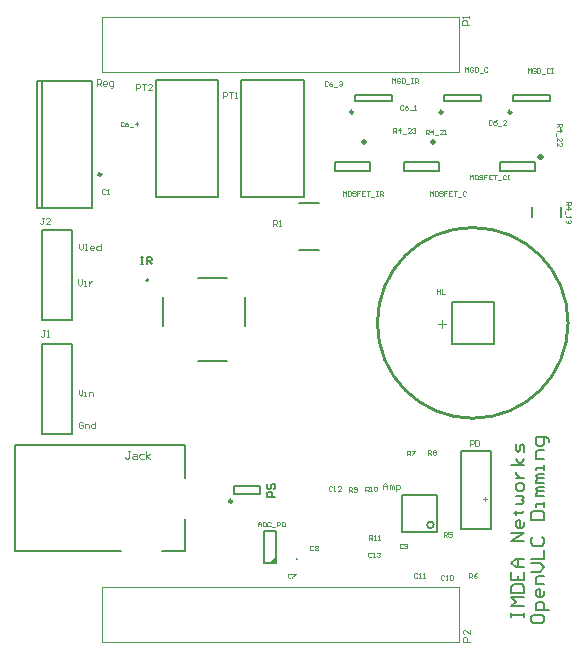
<source format=gto>
G04*
G04 #@! TF.GenerationSoftware,Altium Limited,Altium Designer,21.9.1 (22)*
G04*
G04 Layer_Color=65535*
%FSLAX44Y44*%
%MOMM*%
G71*
G04*
G04 #@! TF.SameCoordinates,79196508-F500-4B14-A944-684D4DD7C553*
G04*
G04*
G04 #@! TF.FilePolarity,Positive*
G04*
G01*
G75*
%ADD10C,0.2500*%
%ADD11C,0.1540*%
%ADD12C,0.2000*%
%ADD13C,0.2540*%
%ADD14C,0.1524*%
%ADD15C,0.0254*%
%ADD16C,0.1270*%
%ADD17C,0.1500*%
%ADD18C,0.0540*%
%ADD19C,0.0754*%
%ADD20C,0.1000*%
%ADD21C,0.0500*%
%ADD22C,0.5000*%
%ADD23C,0.0400*%
%ADD24C,0.1400*%
G36*
X227215Y74027D02*
X221605D01*
X227215Y79637D01*
Y74027D01*
D02*
G37*
D10*
X79385Y403293D02*
G03*
X79385Y403293I-1250J0D01*
G01*
X190235Y126493D02*
G03*
X190235Y126493I-1250J0D01*
G01*
X292694Y456047D02*
G03*
X292694Y456047I-1250J0D01*
G01*
X426549Y455871D02*
G03*
X426549Y455871I-1250J0D01*
G01*
X368402D02*
G03*
X368402Y455871I-1250J0D01*
G01*
D11*
X360857Y106489D02*
G03*
X360857Y106489I-2828J0D01*
G01*
X226404Y130138D02*
X219886D01*
Y133397D01*
X220972Y134483D01*
X223145D01*
X224231Y133397D01*
Y130138D01*
X220972Y141001D02*
X219886Y139915D01*
Y137742D01*
X220972Y136656D01*
X222059D01*
X223145Y137742D01*
Y139915D01*
X224231Y141001D01*
X225317D01*
X226404Y139915D01*
Y137742D01*
X225317Y136656D01*
D12*
X119388Y313529D02*
G03*
X119388Y313529I-1000J0D01*
G01*
X246448Y339223D02*
X263948D01*
X246448Y378723D02*
X263948D01*
X24635Y482193D02*
X71635D01*
X24635Y375193D02*
X71635D01*
Y482193D01*
X24635Y375193D02*
Y482193D01*
X29635Y375193D02*
Y482193D01*
X54485Y183145D02*
Y259345D01*
X29085D02*
X54485D01*
X29085Y183145D02*
Y259345D01*
Y183145D02*
X54485D01*
Y280146D02*
Y356346D01*
X29085D02*
X54485D01*
X29085Y280146D02*
Y356346D01*
Y280146D02*
X54485D01*
X334029Y100718D02*
Y131718D01*
X364029D01*
Y100718D02*
Y131718D01*
X334029Y100718D02*
X364029D01*
X191985Y138992D02*
X213985D01*
X191985Y132992D02*
X213985D01*
Y138992D01*
X191985Y132992D02*
Y138992D01*
X468447Y367557D02*
Y375557D01*
X444448Y367557D02*
Y375557D01*
X384151Y169452D02*
X409551D01*
X384151Y103350D02*
Y169452D01*
Y103350D02*
X409551D01*
Y169452D01*
X325194Y465547D02*
Y470547D01*
X294194D02*
X325194D01*
X294194Y465547D02*
X325194D01*
X294194D02*
Y470547D01*
X428049Y465371D02*
Y470371D01*
X459049Y465371D02*
Y470371D01*
X428049Y465371D02*
X459049D01*
X428049Y470371D02*
X459049D01*
X369903Y465371D02*
Y470371D01*
X400902Y465371D02*
Y470371D01*
X369903Y465371D02*
X400902D01*
X369903Y470371D02*
X400902D01*
D13*
X474679Y277494D02*
G03*
X474679Y277494I-80725J0D01*
G01*
D14*
X125711Y384379D02*
Y482931D01*
X178289D01*
X125711Y384379D02*
X178289D01*
Y482931D01*
X250676Y384379D02*
Y482931D01*
X198098D02*
X250676D01*
X198098Y384379D02*
Y482931D01*
Y384379D02*
X250676D01*
D15*
X80083Y489773D02*
Y536509D01*
Y489773D02*
X382446D01*
Y536509D01*
X80083D02*
X382446D01*
X80083Y53909D02*
X382446D01*
Y7173D02*
Y53909D01*
X80083Y7173D02*
X382446D01*
X80083D02*
Y53909D01*
D16*
X131388Y275230D02*
Y299730D01*
X161388Y245229D02*
X185888D01*
X201388Y275230D02*
Y299730D01*
X161388Y315230D02*
X185888D01*
X6124Y84042D02*
Y174045D01*
Y84042D02*
X96124D01*
X6124Y174045D02*
X150124D01*
Y146544D02*
Y174045D01*
X130625Y84042D02*
X150124D01*
Y111543D01*
X376051Y259405D02*
Y295404D01*
Y259405D02*
X412051D01*
Y295404D01*
X376051D02*
X412051D01*
X277672Y413366D02*
X306672D01*
X277672Y405746D02*
Y413366D01*
Y405746D02*
X306672D01*
Y413366D01*
X446340Y405843D02*
Y413463D01*
X417340Y405843D02*
X446340D01*
X417340D02*
Y413463D01*
X446340D01*
X364986Y405843D02*
Y413463D01*
X335985Y405843D02*
X364986D01*
X335985D02*
Y413463D01*
X364986D01*
X227215Y74027D02*
Y101026D01*
X217055D02*
X227215D01*
X217055Y74027D02*
Y101026D01*
Y74027D02*
X227215D01*
D17*
X426754Y28512D02*
Y32178D01*
Y30345D01*
X437750D01*
Y28512D01*
Y32178D01*
Y37676D02*
X426754D01*
X430420Y41341D01*
X426754Y45007D01*
X437750D01*
X426754Y48672D02*
X437750D01*
Y54170D01*
X435918Y56003D01*
X428587D01*
X426754Y54170D01*
Y48672D01*
Y67000D02*
Y59669D01*
X437750D01*
Y67000D01*
X432252Y59669D02*
Y63334D01*
X437750Y70665D02*
X430420D01*
X426754Y74331D01*
X430420Y77996D01*
X437750D01*
X432252D01*
Y70665D01*
X437750Y92658D02*
X426754D01*
X437750Y99989D01*
X426754D01*
X437750Y109153D02*
Y105487D01*
X435918Y103654D01*
X432252D01*
X430420Y105487D01*
Y109153D01*
X432252Y110985D01*
X434085D01*
Y103654D01*
X428587Y116484D02*
X430420D01*
Y114651D01*
Y118316D01*
Y116484D01*
X435918D01*
X437750Y118316D01*
X430420Y123814D02*
X435918D01*
X437750Y125647D01*
X435918Y127480D01*
X437750Y129313D01*
X435918Y131145D01*
X430420D01*
X437750Y136644D02*
Y140309D01*
X435918Y142142D01*
X432252D01*
X430420Y140309D01*
Y136644D01*
X432252Y134811D01*
X435918D01*
X437750Y136644D01*
X430420Y145807D02*
X437750D01*
X434085D01*
X432252Y147640D01*
X430420Y149473D01*
Y151306D01*
X437750Y156804D02*
X426754D01*
X434085D02*
X430420Y162302D01*
X434085Y156804D02*
X437750Y162302D01*
Y167800D02*
Y173299D01*
X435918Y175131D01*
X434085Y173299D01*
Y169633D01*
X432252Y167800D01*
X430420Y169633D01*
Y175131D01*
X443550Y28512D02*
Y24846D01*
X445382Y23014D01*
X452713D01*
X454546Y24846D01*
Y28512D01*
X452713Y30345D01*
X445382D01*
X443550Y28512D01*
X458212Y34010D02*
X447215D01*
Y39509D01*
X449048Y41341D01*
X452713D01*
X454546Y39509D01*
Y34010D01*
Y50505D02*
Y46839D01*
X452713Y45007D01*
X449048D01*
X447215Y46839D01*
Y50505D01*
X449048Y52338D01*
X450881D01*
Y45007D01*
X454546Y56003D02*
X447215D01*
Y61501D01*
X449048Y63334D01*
X454546D01*
X443550Y67000D02*
X450881D01*
X454546Y70665D01*
X450881Y74331D01*
X443550D01*
Y77996D02*
X454546D01*
Y85327D01*
X445382Y96323D02*
X443550Y94491D01*
Y90825D01*
X445382Y88993D01*
X452713D01*
X454546Y90825D01*
Y94491D01*
X452713Y96323D01*
X443550Y110985D02*
X454546D01*
Y116484D01*
X452713Y118316D01*
X445382D01*
X443550Y116484D01*
Y110985D01*
X454546Y121982D02*
Y125647D01*
Y123814D01*
X447215D01*
Y121982D01*
X454546Y131145D02*
X447215D01*
Y132978D01*
X449048Y134811D01*
X454546D01*
X449048D01*
X447215Y136644D01*
X449048Y138476D01*
X454546D01*
Y142142D02*
X447215D01*
Y143975D01*
X449048Y145807D01*
X454546D01*
X449048D01*
X447215Y147640D01*
X449048Y149473D01*
X454546D01*
Y153138D02*
Y156804D01*
Y154971D01*
X447215D01*
Y153138D01*
X454546Y162302D02*
X447215D01*
Y167800D01*
X449048Y169633D01*
X454546D01*
X458212Y176964D02*
Y178797D01*
X456379Y180630D01*
X447215D01*
Y175131D01*
X449048Y173299D01*
X452713D01*
X454546Y175131D01*
Y180630D01*
D18*
X60188Y220649D02*
Y217317D01*
X61854Y215651D01*
X63520Y217317D01*
Y220649D01*
X65186Y215651D02*
X66852D01*
X66019D01*
Y218983D01*
X65186D01*
X69351Y215651D02*
Y218983D01*
X71851D01*
X72684Y218150D01*
Y215651D01*
X63816Y192763D02*
X62983Y193596D01*
X61317D01*
X60484Y192763D01*
Y189430D01*
X61317Y188597D01*
X62983D01*
X63816Y189430D01*
Y191096D01*
X62150D01*
X65482Y188597D02*
Y191929D01*
X67982D01*
X68815Y191096D01*
Y188597D01*
X73813Y193596D02*
Y188597D01*
X71314D01*
X70481Y189430D01*
Y191096D01*
X71314Y191929D01*
X73813D01*
X224970Y359249D02*
Y364487D01*
X227590D01*
X228463Y363614D01*
Y361868D01*
X227590Y360995D01*
X224970D01*
X226716D02*
X228463Y359249D01*
X230209D02*
X231955D01*
X231082D01*
Y364487D01*
X230209Y363614D01*
X75657Y478430D02*
Y483668D01*
X78276D01*
X79149Y482795D01*
Y481049D01*
X78276Y480176D01*
X75657D01*
X77403D02*
X79149Y478430D01*
X83514D02*
X81768D01*
X80895Y479303D01*
Y481049D01*
X81768Y481922D01*
X83514D01*
X84387Y481049D01*
Y480176D01*
X80895D01*
X87879Y476684D02*
X88752D01*
X89625Y477557D01*
Y481922D01*
X87006D01*
X86133Y481049D01*
Y479303D01*
X87006Y478430D01*
X89625D01*
X31094Y366214D02*
X29348D01*
X30221D01*
Y361849D01*
X29348Y360976D01*
X28475D01*
X27602Y361849D01*
X36332Y360976D02*
X32840D01*
X36332Y364468D01*
Y365341D01*
X35459Y366214D01*
X33713D01*
X32840Y365341D01*
X32030Y271142D02*
X30284D01*
X31157D01*
Y266777D01*
X30284Y265904D01*
X29411D01*
X28538Y266777D01*
X33776Y265904D02*
X35522D01*
X34649D01*
Y271142D01*
X33776Y270269D01*
X318270Y137084D02*
Y140576D01*
X320016Y142322D01*
X321762Y140576D01*
Y137084D01*
Y139703D01*
X318270D01*
X323508Y137084D02*
Y140576D01*
X324381D01*
X325254Y139703D01*
Y137084D01*
Y139703D01*
X326127Y140576D01*
X327000Y139703D01*
Y137084D01*
X328746Y135338D02*
Y140576D01*
X331366D01*
X332239Y139703D01*
Y137957D01*
X331366Y137084D01*
X328746D01*
D19*
X60541Y344698D02*
Y341206D01*
X62287Y339460D01*
X64033Y341206D01*
Y344698D01*
X65779Y339460D02*
X67526D01*
X66652D01*
Y344698D01*
X65779D01*
X72764Y339460D02*
X71018D01*
X70145Y340333D01*
Y342079D01*
X71018Y342952D01*
X72764D01*
X73637Y342079D01*
Y341206D01*
X70145D01*
X78875Y344698D02*
Y339460D01*
X76256D01*
X75383Y340333D01*
Y342079D01*
X76256Y342952D01*
X78875D01*
X59704Y314296D02*
Y310804D01*
X61450Y309058D01*
X63197Y310804D01*
Y314296D01*
X64943Y309058D02*
X66689D01*
X65816D01*
Y312550D01*
X64943D01*
X69308D02*
Y309058D01*
Y310804D01*
X70181Y311677D01*
X71054Y312550D01*
X71927D01*
D20*
X364396Y276467D02*
X371060D01*
X367728Y279799D02*
Y273134D01*
X108701Y474631D02*
Y479629D01*
X111200D01*
X112033Y478796D01*
Y477130D01*
X111200Y476297D01*
X108701D01*
X113699Y479629D02*
X117031D01*
X115365D01*
Y474631D01*
X122030D02*
X118697D01*
X122030Y477963D01*
Y478796D01*
X121197Y479629D01*
X119530D01*
X118697Y478796D01*
X182838Y467763D02*
Y472762D01*
X185337D01*
X186170Y471929D01*
Y470263D01*
X185337Y469430D01*
X182838D01*
X187836Y472762D02*
X191168D01*
X189502D01*
Y467763D01*
X192834D02*
X194501D01*
X193668D01*
Y472762D01*
X192834Y471929D01*
D21*
X402275Y128130D02*
X405607D01*
X403941Y129796D02*
Y126464D01*
X391278Y173202D02*
Y178200D01*
X393777D01*
X394610Y177367D01*
Y175701D01*
X393777Y174868D01*
X391278D01*
X396276Y178200D02*
Y173202D01*
X398775D01*
X399608Y174035D01*
Y177367D01*
X398775Y178200D01*
X396276D01*
X244599Y77485D02*
X244885Y77771D01*
X244599Y78057D01*
X244314Y77771D01*
X244599Y77485D01*
X391460Y7703D02*
X385462D01*
Y10702D01*
X386462Y11702D01*
X388461D01*
X389461Y10702D01*
Y7703D01*
X391460Y17700D02*
Y13701D01*
X387462Y17700D01*
X386462D01*
X385462Y16700D01*
Y14701D01*
X386462Y13701D01*
X390957Y529585D02*
X384959D01*
Y532584D01*
X385959Y533583D01*
X387958D01*
X388958Y532584D01*
Y529585D01*
X390957Y535583D02*
Y537582D01*
Y536582D01*
X384959D01*
X385959Y535583D01*
X103672Y168668D02*
X101673D01*
X102672D01*
Y163670D01*
X101673Y162670D01*
X100673D01*
X99673Y163670D01*
X106671Y166669D02*
X108670D01*
X109670Y165669D01*
Y162670D01*
X106671D01*
X105671Y163670D01*
X106671Y164669D01*
X109670D01*
X115668Y166669D02*
X112669D01*
X111669Y165669D01*
Y163670D01*
X112669Y162670D01*
X115668D01*
X117667D02*
Y168668D01*
Y164669D02*
X120667Y166669D01*
X117667Y164669D02*
X120667Y162670D01*
D22*
X301767Y430758D02*
X301719Y430805D01*
X301672Y430758D01*
X301719Y430710D01*
X301767Y430758D01*
X451357Y418276D02*
X451310Y418323D01*
X451262Y418276D01*
X451310Y418228D01*
X451357Y418276D01*
X360081Y430855D02*
X360033Y430903D01*
X359986Y430855D01*
X360033Y430808D01*
X360081Y430855D01*
D23*
X83036Y390204D02*
X82370Y390871D01*
X81037D01*
X80371Y390204D01*
Y387538D01*
X81037Y386872D01*
X82370D01*
X83036Y387538D01*
X84369Y386872D02*
X85702D01*
X85036D01*
Y390871D01*
X84369Y390204D01*
X98473Y447110D02*
X97807Y447777D01*
X96474D01*
X95807Y447110D01*
Y444445D01*
X96474Y443778D01*
X97807D01*
X98473Y444445D01*
X102472Y447777D02*
X101139Y447110D01*
X99806Y445777D01*
Y444445D01*
X100472Y443778D01*
X101805D01*
X102472Y444445D01*
Y445111D01*
X101805Y445777D01*
X99806D01*
X103805Y443112D02*
X106470D01*
X109803Y443778D02*
Y447777D01*
X107803Y445777D01*
X110469D01*
X472987Y380092D02*
X476985D01*
Y378093D01*
X476319Y377426D01*
X474986D01*
X474319Y378093D01*
Y380092D01*
Y378759D02*
X472987Y377426D01*
Y374094D02*
X476985D01*
X474986Y376093D01*
Y373427D01*
X472320Y372095D02*
Y369429D01*
X472987Y368096D02*
Y366763D01*
Y367429D01*
X476985D01*
X476319Y368096D01*
Y364764D02*
X476985Y364097D01*
Y362764D01*
X476319Y362098D01*
X475652D01*
X474986Y362764D01*
Y363431D01*
Y362764D01*
X474319Y362098D01*
X473653D01*
X472987Y362764D01*
Y364097D01*
X473653Y364764D01*
X284076Y385055D02*
Y389054D01*
X285408Y387721D01*
X286741Y389054D01*
Y385055D01*
X290074Y389054D02*
X288741D01*
X288074Y388387D01*
Y385722D01*
X288741Y385055D01*
X290074D01*
X290740Y385722D01*
Y388387D01*
X290074Y389054D01*
X294739Y388387D02*
X294072Y389054D01*
X292740D01*
X292073Y388387D01*
Y387721D01*
X292740Y387055D01*
X294072D01*
X294739Y386388D01*
Y385722D01*
X294072Y385055D01*
X292740D01*
X292073Y385722D01*
X298738Y389054D02*
X296072D01*
Y387055D01*
X297405D01*
X296072D01*
Y385055D01*
X302736Y389054D02*
X300070D01*
Y385055D01*
X302736D01*
X300070Y387055D02*
X301403D01*
X304069Y389054D02*
X306735D01*
X305402D01*
Y385055D01*
X308068Y384389D02*
X310734D01*
X312066Y389054D02*
X313399D01*
X312733D01*
Y385055D01*
X312066D01*
X313399D01*
X315399D02*
Y389054D01*
X317398D01*
X318065Y388387D01*
Y387055D01*
X317398Y386388D01*
X315399D01*
X316732D02*
X318065Y385055D01*
X271171Y481349D02*
X270505Y482015D01*
X269172D01*
X268505Y481349D01*
Y478683D01*
X269172Y478016D01*
X270505D01*
X271171Y478683D01*
X275170Y482015D02*
X273837Y481349D01*
X272504Y480016D01*
Y478683D01*
X273170Y478016D01*
X274503D01*
X275170Y478683D01*
Y479349D01*
X274503Y480016D01*
X272504D01*
X276503Y477350D02*
X279168D01*
X280501Y481349D02*
X281168Y482015D01*
X282501D01*
X283167Y481349D01*
Y480682D01*
X282501Y480016D01*
X281834D01*
X282501D01*
X283167Y479349D01*
Y478683D01*
X282501Y478016D01*
X281168D01*
X280501Y478683D01*
X325691Y480427D02*
Y484426D01*
X327024Y483093D01*
X328356Y484426D01*
Y480427D01*
X332355Y483759D02*
X331689Y484426D01*
X330356D01*
X329689Y483759D01*
Y481094D01*
X330356Y480427D01*
X331689D01*
X332355Y481094D01*
Y482426D01*
X331022D01*
X333688Y484426D02*
Y480427D01*
X335687D01*
X336354Y481094D01*
Y483759D01*
X335687Y484426D01*
X333688D01*
X337687Y479761D02*
X340353D01*
X341685Y484426D02*
X343018D01*
X342352D01*
Y480427D01*
X341685D01*
X343018D01*
X345018D02*
Y484426D01*
X347017D01*
X347683Y483759D01*
Y482426D01*
X347017Y481760D01*
X345018D01*
X346351D02*
X347683Y480427D01*
X326726Y438498D02*
Y442496D01*
X328726D01*
X329392Y441830D01*
Y440497D01*
X328726Y439831D01*
X326726D01*
X328059D02*
X329392Y438498D01*
X332724D02*
Y442496D01*
X330725Y440497D01*
X333391D01*
X334724Y437831D02*
X337390D01*
X341388Y438498D02*
X338722D01*
X341388Y441163D01*
Y441830D01*
X340722Y442496D01*
X339389D01*
X338722Y441830D01*
X342721D02*
X343388Y442496D01*
X344721D01*
X345387Y441830D01*
Y441163D01*
X344721Y440497D01*
X344054D01*
X344721D01*
X345387Y439831D01*
Y439164D01*
X344721Y438498D01*
X343388D01*
X342721Y439164D01*
X465479Y446189D02*
X469478D01*
Y444190D01*
X468811Y443523D01*
X467478D01*
X466812Y444190D01*
Y446189D01*
Y444856D02*
X465479Y443523D01*
Y440191D02*
X469478D01*
X467478Y442191D01*
Y439525D01*
X464813Y438192D02*
Y435526D01*
X465479Y431527D02*
Y434193D01*
X468145Y431527D01*
X468811D01*
X469478Y432194D01*
Y433527D01*
X468811Y434193D01*
X465479Y427529D02*
Y430194D01*
X468145Y427529D01*
X468811D01*
X469478Y428195D01*
Y429528D01*
X468811Y430194D01*
X354033Y437075D02*
Y441073D01*
X356033D01*
X356699Y440407D01*
Y439074D01*
X356033Y438408D01*
X354033D01*
X355366D02*
X356699Y437075D01*
X360031D02*
Y441073D01*
X358032Y439074D01*
X360698D01*
X362031Y436408D02*
X364697D01*
X368695Y437075D02*
X366029D01*
X368695Y439740D01*
Y440407D01*
X368029Y441073D01*
X366696D01*
X366029Y440407D01*
X370028Y437075D02*
X371361D01*
X370695D01*
Y441073D01*
X370028Y440407D01*
X391498Y398926D02*
Y402924D01*
X392831Y401591D01*
X394164Y402924D01*
Y398926D01*
X397496Y402924D02*
X396163D01*
X395496Y402258D01*
Y399592D01*
X396163Y398926D01*
X397496D01*
X398162Y399592D01*
Y402258D01*
X397496Y402924D01*
X402161Y402258D02*
X401494Y402924D01*
X400162D01*
X399495Y402258D01*
Y401591D01*
X400162Y400925D01*
X401494D01*
X402161Y400258D01*
Y399592D01*
X401494Y398926D01*
X400162D01*
X399495Y399592D01*
X406160Y402924D02*
X403494D01*
Y400925D01*
X404827D01*
X403494D01*
Y398926D01*
X410158Y402924D02*
X407492D01*
Y398926D01*
X410158D01*
X407492Y400925D02*
X408825D01*
X411491Y402924D02*
X414157D01*
X412824D01*
Y398926D01*
X415490Y398259D02*
X418156D01*
X422154Y402258D02*
X421488Y402924D01*
X420155D01*
X419489Y402258D01*
Y399592D01*
X420155Y398926D01*
X421488D01*
X422154Y399592D01*
X423487Y402924D02*
X424820D01*
X424154D01*
Y398926D01*
X423487D01*
X424820D01*
X440416Y488943D02*
Y492941D01*
X441749Y491609D01*
X443082Y492941D01*
Y488943D01*
X447081Y492275D02*
X446415Y492941D01*
X445082D01*
X444415Y492275D01*
Y489609D01*
X445082Y488943D01*
X446415D01*
X447081Y489609D01*
Y490942D01*
X445748D01*
X448414Y492941D02*
Y488943D01*
X450413D01*
X451080Y489609D01*
Y492275D01*
X450413Y492941D01*
X448414D01*
X452413Y488276D02*
X455078D01*
X459077Y492275D02*
X458411Y492941D01*
X457078D01*
X456411Y492275D01*
Y489609D01*
X457078Y488943D01*
X458411D01*
X459077Y489609D01*
X460410Y492941D02*
X461743D01*
X461076D01*
Y488943D01*
X460410D01*
X461743D01*
X387687Y489892D02*
Y493890D01*
X389019Y492557D01*
X390352Y493890D01*
Y489892D01*
X394351Y493224D02*
X393685Y493890D01*
X392352D01*
X391685Y493224D01*
Y490558D01*
X392352Y489892D01*
X393685D01*
X394351Y490558D01*
Y491891D01*
X393018D01*
X395684Y493890D02*
Y489892D01*
X397683D01*
X398350Y490558D01*
Y493224D01*
X397683Y493890D01*
X395684D01*
X399683Y489225D02*
X402348D01*
X406347Y493224D02*
X405681Y493890D01*
X404348D01*
X403681Y493224D01*
Y490558D01*
X404348Y489892D01*
X405681D01*
X406347Y490558D01*
X410080Y448593D02*
X409414Y449260D01*
X408081D01*
X407415Y448593D01*
Y445928D01*
X408081Y445261D01*
X409414D01*
X410080Y445928D01*
X414079Y449260D02*
X412746Y448593D01*
X411413Y447261D01*
Y445928D01*
X412080Y445261D01*
X413413D01*
X414079Y445928D01*
Y446594D01*
X413413Y447261D01*
X411413D01*
X415412Y444595D02*
X418078D01*
X422076Y445261D02*
X419411D01*
X422076Y447927D01*
Y448593D01*
X421410Y449260D01*
X420077D01*
X419411Y448593D01*
X335198Y461440D02*
X334532Y462107D01*
X333199D01*
X332532Y461440D01*
Y458774D01*
X333199Y458108D01*
X334532D01*
X335198Y458774D01*
X339197Y462107D02*
X337864Y461440D01*
X336531Y460107D01*
Y458774D01*
X337197Y458108D01*
X338530D01*
X339197Y458774D01*
Y459441D01*
X338530Y460107D01*
X336531D01*
X340530Y457441D02*
X343195D01*
X344528Y458108D02*
X345861D01*
X345195D01*
Y462107D01*
X344528Y461440D01*
X308324Y82388D02*
X307657Y83054D01*
X306325D01*
X305658Y82388D01*
Y79722D01*
X306325Y79056D01*
X307657D01*
X308324Y79722D01*
X309657Y79056D02*
X310990D01*
X310323D01*
Y83054D01*
X309657Y82388D01*
X312989D02*
X313655Y83054D01*
X314988D01*
X315655Y82388D01*
Y81721D01*
X314988Y81055D01*
X314322D01*
X314988D01*
X315655Y80388D01*
Y79722D01*
X314988Y79056D01*
X313655D01*
X312989Y79722D01*
X303106Y134923D02*
Y138921D01*
X305105D01*
X305772Y138255D01*
Y136922D01*
X305105Y136255D01*
X303106D01*
X304439D02*
X305772Y134923D01*
X307104D02*
X308437D01*
X307771D01*
Y138921D01*
X307104Y138255D01*
X310437D02*
X311103Y138921D01*
X312436D01*
X313103Y138255D01*
Y135589D01*
X312436Y134923D01*
X311103D01*
X310437Y135589D01*
Y138255D01*
X363818Y306225D02*
Y302226D01*
Y304225D01*
X366484D01*
Y306225D01*
Y302226D01*
X367817Y306225D02*
Y302226D01*
X370482D01*
X274780Y138502D02*
X274114Y139168D01*
X272781D01*
X272115Y138502D01*
Y135836D01*
X272781Y135169D01*
X274114D01*
X274780Y135836D01*
X276113Y135169D02*
X277446D01*
X276780D01*
Y139168D01*
X276113Y138502D01*
X282111Y135169D02*
X279445D01*
X282111Y137835D01*
Y138502D01*
X281445Y139168D01*
X280112D01*
X279445Y138502D01*
X212108Y105141D02*
Y107807D01*
X213440Y109140D01*
X214773Y107807D01*
Y105141D01*
Y107141D01*
X212108D01*
X216106Y109140D02*
Y105141D01*
X218106D01*
X218772Y105808D01*
Y108474D01*
X218106Y109140D01*
X216106D01*
X222771Y108474D02*
X222104Y109140D01*
X220771D01*
X220105Y108474D01*
Y105808D01*
X220771Y105141D01*
X222104D01*
X222771Y105808D01*
X224104Y104475D02*
X226769D01*
X228102Y105141D02*
Y109140D01*
X230102D01*
X230768Y108474D01*
Y107141D01*
X230102Y106474D01*
X228102D01*
X232101Y109140D02*
Y105141D01*
X234100D01*
X234767Y105808D01*
Y108474D01*
X234100Y109140D01*
X232101D01*
X357739Y385055D02*
Y389054D01*
X359072Y387721D01*
X360405Y389054D01*
Y385055D01*
X363737Y389054D02*
X362404D01*
X361738Y388387D01*
Y385722D01*
X362404Y385055D01*
X363737D01*
X364403Y385722D01*
Y388387D01*
X363737Y389054D01*
X368402Y388387D02*
X367736Y389054D01*
X366403D01*
X365736Y388387D01*
Y387721D01*
X366403Y387055D01*
X367736D01*
X368402Y386388D01*
Y385722D01*
X367736Y385055D01*
X366403D01*
X365736Y385722D01*
X372401Y389054D02*
X369735D01*
Y387055D01*
X371068D01*
X369735D01*
Y385055D01*
X376399Y389054D02*
X373734D01*
Y385055D01*
X376399D01*
X373734Y387055D02*
X375067D01*
X377732Y389054D02*
X380398D01*
X379065D01*
Y385055D01*
X381731Y384389D02*
X384397D01*
X388396Y388387D02*
X387729Y389054D01*
X386396D01*
X385730Y388387D01*
Y385722D01*
X386396Y385055D01*
X387729D01*
X388396Y385722D01*
X334645Y89879D02*
X333979Y90545D01*
X332646D01*
X331980Y89879D01*
Y87213D01*
X332646Y86546D01*
X333979D01*
X334645Y87213D01*
X335978D02*
X336645Y86546D01*
X337978D01*
X338644Y87213D01*
Y89879D01*
X337978Y90545D01*
X336645D01*
X335978Y89879D01*
Y89212D01*
X336645Y88546D01*
X338644D01*
X369746Y62975D02*
X369079Y63641D01*
X367746D01*
X367080Y62975D01*
Y60309D01*
X367746Y59642D01*
X369079D01*
X369746Y60309D01*
X371078Y59642D02*
X372411D01*
X371745D01*
Y63641D01*
X371078Y62975D01*
X374411D02*
X375077Y63641D01*
X376410D01*
X377077Y62975D01*
Y60309D01*
X376410Y59642D01*
X375077D01*
X374411Y60309D01*
Y62975D01*
X347145Y64952D02*
X346478Y65619D01*
X345145D01*
X344479Y64952D01*
Y62286D01*
X345145Y61620D01*
X346478D01*
X347145Y62286D01*
X348477Y61620D02*
X349810D01*
X349144D01*
Y65619D01*
X348477Y64952D01*
X351810Y61620D02*
X353143D01*
X352476D01*
Y65619D01*
X351810Y64952D01*
X369340Y96369D02*
Y100368D01*
X371339D01*
X372006Y99701D01*
Y98369D01*
X371339Y97702D01*
X369340D01*
X370673D02*
X372006Y96369D01*
X376004Y100368D02*
X373339D01*
Y98369D01*
X374672Y99035D01*
X375338D01*
X376004Y98369D01*
Y97036D01*
X375338Y96369D01*
X374005D01*
X373339Y97036D01*
X390811Y61337D02*
Y65336D01*
X392810D01*
X393477Y64670D01*
Y63337D01*
X392810Y62670D01*
X390811D01*
X392144D02*
X393477Y61337D01*
X397476Y65336D02*
X396143Y64670D01*
X394810Y63337D01*
Y62004D01*
X395476Y61337D01*
X396809D01*
X397476Y62004D01*
Y62670D01*
X396809Y63337D01*
X394810D01*
X338546Y165303D02*
Y169301D01*
X340545D01*
X341212Y168635D01*
Y167302D01*
X340545Y166635D01*
X338546D01*
X339879D02*
X341212Y165303D01*
X342545Y169301D02*
X345210D01*
Y168635D01*
X342545Y165969D01*
Y165303D01*
X356062Y165868D02*
Y169866D01*
X358061D01*
X358728Y169200D01*
Y167867D01*
X358061Y167200D01*
X356062D01*
X357395D02*
X358728Y165868D01*
X360061Y169200D02*
X360727Y169866D01*
X362060D01*
X362726Y169200D01*
Y168533D01*
X362060Y167867D01*
X362726Y167200D01*
Y166534D01*
X362060Y165868D01*
X360727D01*
X360061Y166534D01*
Y167200D01*
X360727Y167867D01*
X360061Y168533D01*
Y169200D01*
X360727Y167867D02*
X362060D01*
X289138Y134509D02*
Y138508D01*
X291137D01*
X291803Y137841D01*
Y136508D01*
X291137Y135842D01*
X289138D01*
X290471D02*
X291803Y134509D01*
X293136Y135175D02*
X293803Y134509D01*
X295136D01*
X295802Y135175D01*
Y137841D01*
X295136Y138508D01*
X293803D01*
X293136Y137841D01*
Y137175D01*
X293803Y136508D01*
X295802D01*
X306391Y93815D02*
Y97813D01*
X308390D01*
X309056Y97147D01*
Y95814D01*
X308390Y95148D01*
X306391D01*
X307724D02*
X309056Y93815D01*
X310389D02*
X311722D01*
X311056D01*
Y97813D01*
X310389Y97147D01*
X313722Y93815D02*
X315055D01*
X314388D01*
Y97813D01*
X313722Y97147D01*
X240005Y64629D02*
X239338Y65295D01*
X238005D01*
X237339Y64629D01*
Y61963D01*
X238005Y61297D01*
X239338D01*
X240005Y61963D01*
X241338Y65295D02*
X244003D01*
Y64629D01*
X241338Y61963D01*
Y61297D01*
X259032Y88206D02*
X258365Y88872D01*
X257032D01*
X256366Y88206D01*
Y85540D01*
X257032Y84873D01*
X258365D01*
X259032Y85540D01*
X260364Y88206D02*
X261031Y88872D01*
X262364D01*
X263030Y88206D01*
Y87539D01*
X262364Y86873D01*
X263030Y86206D01*
Y85540D01*
X262364Y84873D01*
X261031D01*
X260364Y85540D01*
Y86206D01*
X261031Y86873D01*
X260364Y87539D01*
Y88206D01*
X261031Y86873D02*
X262364D01*
D24*
X113034Y333642D02*
X115034D01*
X114034D01*
Y327644D01*
X113034D01*
X115034D01*
X118033D02*
Y333642D01*
X121032D01*
X122031Y332642D01*
Y330643D01*
X121032Y329643D01*
X118033D01*
X120032D02*
X122031Y327644D01*
M02*

</source>
